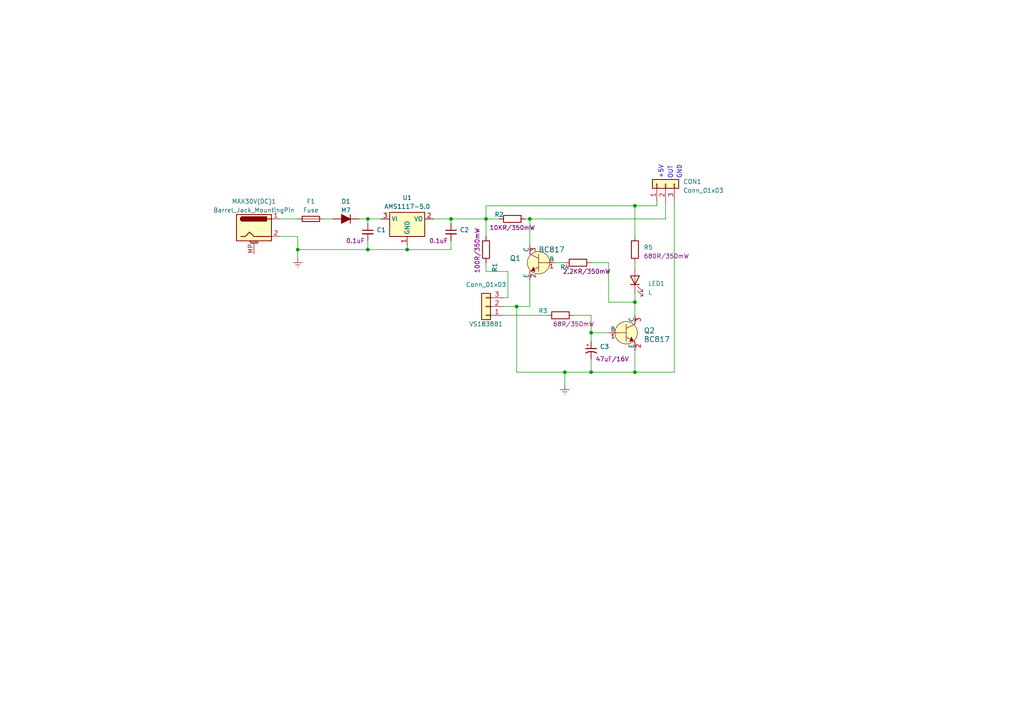
<source format=kicad_sch>
(kicad_sch (version 20230121) (generator eeschema)
  (paper "A4")
  (lib_symbols
    (symbol "BC817-25-TPMSCT-ND:BC817-25-TPMSCT-ND" (pin_names (offset 0))
      (property "Reference" "Q" (at -3.2004 4.2164 0))
      (property "Value" "BC817-25-TPMSCT-ND" (at 5.2324 0 90))
      (symbol "BC817-25-TPMSCT-ND_0_1"
        (polyline (pts (xy -3.81 0) (xy -2.54 0)))
        (polyline (pts (xy -3.556 0) (xy 0 0)))
        (polyline (pts (xy 0 -1.27) (xy 2.54 -2.54)))
        (polyline (pts (xy 0 1.27) (xy 2.54 2.54)))
        (polyline (pts (xy 0 2.54) (xy 0 -2.54)))
        (polyline (pts (xy 1.524 -1.27) (xy 2.032 -2.286) (xy 1.016 -2.54) (xy 1.524 -1.27)) (fill (type outline)))
        (circle (center 0 0) (radius 3.2512) (fill (type background)))
      )
      (symbol "BC817-25-TPMSCT-ND_1_1"
        (pin input line (at -5.08 0 0) (length 2.54) (name "B") (number "1"))
        (pin passive line (at 2.54 -5.08 90) (length 2.54) (name "E") (number "2"))
        (pin passive line (at 2.54 5.08 270) (length 2.54) (name "C") (number "3"))
      )
    )
    (symbol "Connector:Barrel_Jack_MountingPin" (pin_names hide)
      (property "Reference" "J" (at 0 5.334 0))
      (property "Value" "Barrel_Jack_MountingPin" (at 1.27 -6.35 0))
      (symbol "Barrel_Jack_MountingPin_0_1"
        (rectangle (start -5.08 3.81) (end 5.08 -3.81) (stroke (width 0.254)) (fill (type background)))
        (arc (start -3.302 3.175) (mid -3.9343 2.54) (end -3.302 1.905) (stroke (width 0.254)))
        (arc (start -3.302 3.175) (mid -3.9343 2.54) (end -3.302 1.905) (stroke (width 0.254)) (fill (type outline)))
        (polyline (pts (xy 5.08 2.54) (xy 3.81 2.54)) (stroke (width 0.254)))
        (polyline (pts (xy -3.81 -2.54) (xy -2.54 -2.54) (xy -1.27 -1.27) (xy 0 -2.54) (xy 2.54 -2.54) (xy 5.08 -2.54)) (stroke (width 0.254)))
        (rectangle (start 3.683 3.175) (end -3.302 1.905) (stroke (width 0.254)) (fill (type outline)))
      )
      (symbol "Barrel_Jack_MountingPin_1_1"
        (polyline (pts (xy -1.016 -4.572) (xy 1.016 -4.572)) (stroke (width 0.1524)))
        (text "Mounting" (at 0 -4.191 0) (effects (font (size 0.381 0.381))))
        (pin passive line (at 7.62 2.54 180) (length 2.54) (name "~") (number "1"))
        (pin passive line (at 7.62 -2.54 180) (length 2.54) (name "~") (number "2"))
        (pin passive line (at 0 -7.62 90) (length 3.048) (name "MountPin") (number "MP"))
      )
    )
    (symbol "Device:Fuse" (pin_numbers hide) (pin_names (offset 0))
      (property "Reference" "F" (at 2.032 0 90))
      (property "Value" "Fuse" (at -1.905 0 90))
      (symbol "Fuse_0_1"
        (rectangle (start -0.762 -2.54) (end 0.762 2.54) (stroke (width 0.254)))
        (polyline (pts (xy 0 2.54) (xy 0 -2.54)))
      )
      (symbol "Fuse_1_1"
        (pin passive line (at 0 3.81 270) (length 1.27) (name "~") (number "1"))
        (pin passive line (at 0 -3.81 90) (length 1.27) (name "~") (number "2"))
      )
    )
    (symbol "Device:LED" (pin_numbers hide) (pin_names (offset 1.016) hide)
      (property "Reference" "D" (at 0 2.54 0))
      (property "Value" "LED" (at 0 -2.54 0))
      (symbol "LED_0_1"
        (polyline (pts (xy -1.27 -1.27) (xy -1.27 1.27)) (stroke (width 0.254)))
        (polyline (pts (xy -1.27 0) (xy 1.27 0)))
        (polyline (pts (xy 1.27 -1.27) (xy 1.27 1.27) (xy -1.27 0) (xy 1.27 -1.27)) (stroke (width 0.254)))
        (polyline (pts (xy -3.048 -0.762) (xy -4.572 -2.286) (xy -3.81 -2.286) (xy -4.572 -2.286) (xy -4.572 -1.524)))
        (polyline (pts (xy -1.778 -0.762) (xy -3.302 -2.286) (xy -2.54 -2.286) (xy -3.302 -2.286) (xy -3.302 -1.524)))
      )
      (symbol "LED_1_1"
        (pin passive line (at -3.81 0 0) (length 2.54) (name "K") (number "1"))
        (pin passive line (at 3.81 0 180) (length 2.54) (name "A") (number "2"))
      )
    )
    (symbol "PCM_4ms_Capacitor:100nF_0603_16V" (pin_numbers hide) (pin_names (offset 0.254) hide)
      (property "Reference" "C" (at 1.905 1.27 0))
      (property "Display" "0.1uF" (at 1.905 -1.27 0))
      (symbol "100nF_0603_16V_0_1"
        (polyline (pts (xy -1.524 -0.508) (xy 1.524 -0.508)) (stroke (width 0.3302)))
        (polyline (pts (xy -1.524 0.508) (xy 1.524 0.508)) (stroke (width 0.3048)))
      )
      (symbol "100nF_0603_16V_1_1"
        (pin passive line (at 0 2.54 270) (length 2.032) (name "~") (number "1"))
        (pin passive line (at 0 -2.54 90) (length 2.032) (name "~") (number "2"))
      )
    )
    (symbol "PCM_4ms_Capacitor:47uF_5x5.3_16V" (pin_numbers hide) (pin_names (offset 0.254) hide)
      (property "Reference" "C" (at 1.905 1.27 0))
      (property "Display" "47uF/16V" (at 1.905 -1.27 0))
      (symbol "47uF_5x5.3_16V_0_1"
        (polyline (pts (xy -1.524 0.508) (xy 1.524 0.508)) (stroke (width 0.3048)))
        (polyline (pts (xy -1.27 1.524) (xy -0.762 1.524)))
        (polyline (pts (xy -1.016 1.27) (xy -1.016 1.778)))
        (arc (start 1.524 -0.762) (mid 0 -0.3734) (end -1.524 -0.762) (stroke (width 0.3048)))
      )
      (symbol "47uF_5x5.3_16V_1_1"
        (pin passive line (at 0 2.54 270) (length 2.032) (name "~") (number "1"))
        (pin passive line (at 0 -2.54 90) (length 2.032) (name "~") (number "2"))
      )
    )
    (symbol "PCM_4ms_Connector:Conn_01x03" (pin_names (offset 1.016) hide)
      (property "Reference" "J" (at 0 5.08 0))
      (property "Value" "Conn_01x03" (at 0 -5.08 0))
      (symbol "Conn_01x03_1_1"
        (rectangle (start -1.27 -2.413) (end 0 -2.667) (stroke (width 0.1524)))
        (rectangle (start -1.27 0.127) (end 0 -0.127) (stroke (width 0.1524)))
        (rectangle (start -1.27 2.667) (end 0 2.413) (stroke (width 0.1524)))
        (rectangle (start -1.27 3.81) (end 1.27 -3.81) (stroke (width 0.254)) (fill (type background)))
        (pin passive line (at -5.08 2.54 0) (length 3.81) (name "Pin_1") (number "1"))
        (pin passive line (at -5.08 0 0) (length 3.81) (name "Pin_2") (number "2"))
        (pin passive line (at -5.08 -2.54 0) (length 3.81) (name "Pin_3") (number "3"))
      )
    )
    (symbol "PCM_4ms_Resistor:68R_0805_350mW" (pin_numbers hide) (pin_names (offset 0))
      (property "Reference" "R" (at 2.032 0 90))
      (property "Display" "68R/350mW" (at 3.81 0 90))
      (symbol "68R_0805_350mW_0_1"
        (rectangle (start -1.016 -2.54) (end 1.016 2.54) (stroke (width 0.254)))
      )
      (symbol "68R_0805_350mW_1_1"
        (pin passive line (at 0 3.81 270) (length 1.27) (name "~") (number "1"))
        (pin passive line (at 0 -3.81 90) (length 1.27) (name "~") (number "2"))
      )
    )
    (symbol "PCM_Diode_AKL:M7" (pin_numbers hide) (pin_names (offset 1.016) hide)
      (property "Reference" "D" (at 0 5.08 0))
      (property "Value" "M7" (at 0 2.54 0))
      (symbol "M7_0_1"
        (polyline (pts (xy -1.27 0) (xy 1.27 0)))
        (polyline (pts (xy 1.27 1.27) (xy 1.27 -1.27)) (stroke (width 0.254)))
        (polyline (pts (xy -1.27 1.27) (xy -1.27 -1.27) (xy 1.27 0) (xy -1.27 1.27)) (stroke (width 0.254)) (fill (type outline)))
      )
      (symbol "M7_1_1"
        (pin passive line (at 3.81 0 180) (length 2.54) (name "K") (number "1"))
        (pin passive line (at -3.81 0 0) (length 2.54) (name "A") (number "2"))
      )
    )
    (symbol "Regulator_Linear:AMS1117-5.0"
      (property "Reference" "U" (at -3.81 3.175 0))
      (property "Value" "AMS1117-5.0" (at 0 3.175 0))
      (symbol "AMS1117-5.0_0_1"
        (rectangle (start -5.08 -5.08) (end 5.08 1.905) (stroke (width 0.254)) (fill (type background)))
      )
      (symbol "AMS1117-5.0_1_1"
        (pin power_in line (at 0 -7.62 90) (length 2.54) (name "GND") (number "1"))
        (pin power_out line (at 7.62 0 180) (length 2.54) (name "VO") (number "2"))
        (pin power_in line (at -7.62 0 0) (length 2.54) (name "VI") (number "3"))
      )
    )
    (symbol "power:Earth" (power) (pin_names (offset 0))
      (symbol "Earth_0_1"
        (polyline (pts (xy -0.635 -1.905) (xy 0.635 -1.905)))
        (polyline (pts (xy -0.127 -2.54) (xy 0.127 -2.54)))
        (polyline (pts (xy 0 -1.27) (xy 0 0)))
        (polyline (pts (xy 1.27 -1.27) (xy -1.27 -1.27)))
      )
      (symbol "Earth_1_1"
        (pin power_in line (at 0 0 270) (length 0) hide (name "Earth") (number "1"))
      )
    )
  )
  (junction (at 86.36 72.39))
  (junction (at 106.68 63.5))
  (junction (at 140.97 63.5))
  (junction (at 171.45 96.52))
  (junction (at 184.15 59.69))
  (junction (at 171.45 107.95))
  (junction (at 130.81 63.5))
  (junction (at 153.67 63.5))
  (junction (at 184.15 107.95))
  (junction (at 118.11 72.39))
  (junction (at 106.68 72.39))
  (junction (at 149.86 88.9))
  (junction (at 163.83 107.95))
  (junction (at 184.15 87.63))
  (wire (pts (xy 184.15 87.63) (xy 176.53 87.63)))
  (wire (pts (xy 106.68 72.39) (xy 118.11 72.39)))
  (wire (pts (xy 166.37 91.44) (xy 171.45 91.44)))
  (wire (pts (xy 171.45 96.52) (xy 171.45 99.06)))
  (wire (pts (xy 171.45 107.95) (xy 184.15 107.95)))
  (wire (pts (xy 153.67 81.28) (xy 153.67 88.9)))
  (wire (pts (xy 193.04 58.42) (xy 193.04 63.5)))
  (wire (pts (xy 190.5 59.69) (xy 190.5 58.42)))
  (wire (pts (xy 140.97 78.74) (xy 140.97 76.2)))
  (wire (pts (xy 184.15 107.95) (xy 195.58 107.95)))
  (wire (pts (xy 140.97 63.5) (xy 140.97 59.69)))
  (wire (pts (xy 184.15 85.09) (xy 184.15 87.63)))
  (wire (pts (xy 184.15 76.2) (xy 184.15 77.47)))
  (wire (pts (xy 171.45 96.52) (xy 176.53 96.52)))
  (wire (pts (xy 176.53 87.63) (xy 176.53 76.2)))
  (wire (pts (xy 153.67 63.5) (xy 193.04 63.5)))
  (wire (pts (xy 130.81 63.5) (xy 140.97 63.5)))
  (wire (pts (xy 140.97 59.69) (xy 184.15 59.69)))
  (wire (pts (xy 171.45 107.95) (xy 163.83 107.95)))
  (wire (pts (xy 149.86 107.95) (xy 149.86 88.9)))
  (wire (pts (xy 176.53 76.2) (xy 171.45 76.2)))
  (wire (pts (xy 190.5 59.69) (xy 184.15 59.69)))
  (wire (pts (xy 163.83 76.2) (xy 161.29 76.2)))
  (wire (pts (xy 147.32 78.74) (xy 140.97 78.74)))
  (wire (pts (xy 153.67 63.5) (xy 152.4 63.5)))
  (wire (pts (xy 171.45 107.95) (xy 171.45 104.14)))
  (wire (pts (xy 118.11 72.39) (xy 118.11 71.12)))
  (wire (pts (xy 171.45 91.44) (xy 171.45 96.52)))
  (wire (pts (xy 130.81 63.5) (xy 130.81 64.77)))
  (wire (pts (xy 106.68 69.85) (xy 106.68 72.39)))
  (wire (pts (xy 163.83 107.95) (xy 163.83 111.76)))
  (wire (pts (xy 146.05 91.44) (xy 158.75 91.44)))
  (wire (pts (xy 81.28 68.58) (xy 86.36 68.58)))
  (wire (pts (xy 140.97 63.5) (xy 144.78 63.5)))
  (wire (pts (xy 86.36 72.39) (xy 86.36 74.93)))
  (wire (pts (xy 153.67 88.9) (xy 149.86 88.9)))
  (wire (pts (xy 106.68 63.5) (xy 110.49 63.5)))
  (wire (pts (xy 140.97 63.5) (xy 140.97 68.58)))
  (wire (pts (xy 86.36 68.58) (xy 86.36 72.39)))
  (wire (pts (xy 86.36 72.39) (xy 106.68 72.39)))
  (wire (pts (xy 184.15 87.63) (xy 184.15 91.44)))
  (wire (pts (xy 125.73 63.5) (xy 130.81 63.5)))
  (wire (pts (xy 163.83 107.95) (xy 149.86 107.95)))
  (wire (pts (xy 118.11 72.39) (xy 130.81 72.39)))
  (wire (pts (xy 184.15 59.69) (xy 184.15 68.58)))
  (wire (pts (xy 146.05 86.36) (xy 147.32 86.36)))
  (wire (pts (xy 104.14 63.5) (xy 106.68 63.5)))
  (wire (pts (xy 153.67 63.5) (xy 153.67 71.12)))
  (wire (pts (xy 149.86 88.9) (xy 146.05 88.9)))
  (wire (pts (xy 184.15 101.6) (xy 184.15 107.95)))
  (wire (pts (xy 93.98 63.5) (xy 96.52 63.5)))
  (wire (pts (xy 130.81 72.39) (xy 130.81 69.85)))
  (wire (pts (xy 195.58 58.42) (xy 195.58 107.95)))
  (wire (pts (xy 106.68 63.5) (xy 106.68 64.77)))
  (wire (pts (xy 147.32 86.36) (xy 147.32 78.74)))
  (wire (pts (xy 81.28 63.5) (xy 86.36 63.5)))
  (text "GND\n" (at 197.8152 51.9176 90) (effects (font (size 1.27 1.27)) (justify left bottom)))
  (text "+5V\n" (at 192.4812 51.9176 90) (effects (font (size 1.27 1.27)) (justify left bottom)))
  (text "OUT\n" (at 195.2244 51.9176 90) (effects (font (size 1.27 1.27)) (justify left bottom)))
  (symbol (lib_id "Device:LED") (at 184.15 81.28 90) (unit 1)
    (property "Reference" "LED1" (at 187.96 82.2325 90) (effects (justify right)))
    (property "Value" "L" (at 187.96 84.7725 90) (effects (justify right)))
    (property "Footprint" "LED_SMD:LED_0805_2012Metric_Pad1.15x1.40mm_HandSolder" (effects hide))
  )
  (symbol (lib_id "PCM_4ms_Capacitor:100nF_0603_16V") (at 130.81 67.31 0) (unit 1)
    (property "Reference" "C2" (at 133.35 66.6813 0) (effects (justify left)))
    (property "Value" "100nF_0603_16V" (effects hide))
    (property "Footprint" "Capacitor_SMD:C_0805_2012Metric" (effects hide))
    (property "Specifications" "0.1uF, Min. 16V 10%, X7R or X5R or similar" (effects hide))
    (property "Manufacturer" "AVX Corporation" (effects hide))
    (property "Part Number" "0603YC104KAT2A" (effects hide))
    (property "Display" "0.1uF" (at 124.46 69.85 0) (effects (justify left)))
    (property "JLCPCB ID" "C14663" (effects hide))
  )
  (symbol (lib_id "PCM_4ms_Resistor:68R_0805_350mW") (at 140.97 72.39 180) (unit 1)
    (property "Reference" "R1" (at 143.51 76.2 90) (effects (justify left)))
    (property "Value" "68R_0805_350mW" (effects hide))
    (property "Footprint" "Resistor_SMD:R_0805_2012Metric" (effects hide))
    (property "Specifications" "68R, >=350mW, 5%" (effects hide))
    (property "Manufacturer" "Panasonic" (effects hide))
    (property "Part Number" "ERJ-P06J680V" (effects hide))
    (property "Display" "100R/350mW" (at 138.43 66.04 90) (effects (justify left)))
  )
  (symbol (lib_id "PCM_4ms_Capacitor:47uF_5x5.3_16V") (at 171.45 101.6 0) (unit 1)
    (property "Reference" "C3" (at 173.99 100.5332 0) (effects (justify left)))
    (property "Value" "47uF_5x5.3_16V" (effects hide))
    (property "Footprint" "Capacitor_SMD:CP_Elec_4x3" (effects hide))
    (property "Specifications" "47uF, 16V, 20%, 5.00mmD*5.30mmH, 2000Hrs@85℃" (effects hide))
    (property "Manufacturer" "Lelon" (effects hide))
    (property "Part Number" "VE-470M1CTR-0505" (effects hide))
    (property "Display" "47uF/16V" (at 172.72 104.14 0) (effects (justify left)))
    (property "JLCPCB ID" "C134798" (effects hide))
  )
  (symbol (lib_id "PCM_4ms_Connector:Conn_01x03") (at 193.04 53.34 90) (unit 1)
    (property "Reference" "CON1" (at 198.12 52.705 90) (effects (justify right)))
    (property "Value" "Conn_01x03" (at 198.12 55.245 90) (effects (justify right)))
    (property "Footprint" "Connector_PinHeader_2.54mm:PinHeader_1x03_P2.54mm_Vertical" (effects hide))
    (property "Specifications" "HEADER 1x3 MALE PINS 0.100” 180deg" (effects hide))
    (property "Manufacturer" "TAD" (effects hide))
    (property "Part Number" "1-0301FBV0T" (effects hide))
  )
  (symbol (lib_id "Regulator_Linear:AMS1117-5.0") (at 118.11 63.5 0) (unit 1)
    (property "Reference" "U1" (at 118.11 57.3532 0))
    (property "Value" "AMS1117-5.0" (at 118.11 59.8932 0))
    (property "Footprint" "Package_TO_SOT_SMD:SOT-223-3_TabPin2" (effects hide))
    (property "Datasheet" "http://www.advanced-monolithic.com/pdf/ds1117.pdf" (effects hide))
  )
  (symbol (lib_id "PCM_4ms_Resistor:68R_0805_350mW") (at 184.15 72.39 0) (unit 1)
    (property "Reference" "R5" (at 186.69 71.755 0) (effects (justify left)))
    (property "Value" "68R_0805_350mW" (effects hide))
    (property "Footprint" "Resistor_SMD:R_0805_2012Metric" (effects hide))
    (property "Specifications" "68R, >=350mW, 5%" (effects hide))
    (property "Manufacturer" "Panasonic" (effects hide))
    (property "Part Number" "ERJ-P06J680V" (effects hide))
    (property "Display" "680R/350mW" (at 186.69 74.295 0) (effects (justify left)))
  )
  (symbol (lib_id "PCM_4ms_Connector:Conn_01x03") (at 140.97 88.9 180) (unit 1)
    (property "Reference" "VS1838B1" (at 140.97 93.98 0))
    (property "Value" "Conn_01x03" (at 140.97 82.55 0))
    (property "Footprint" "Connector:FanPinHeader_1x03_P2.54mm_Vertical" (effects hide))
    (property "Specifications" "HEADER 1x3 MALE PINS 0.100” 180deg" (effects hide))
    (property "Manufacturer" "TAD" (effects hide))
    (property "Part Number" "1-0301FBV0T" (effects hide))
  )
  (symbol (lib_id "PCM_4ms_Resistor:68R_0805_350mW") (at 167.64 76.2 270) (unit 1)
    (property "Reference" "R4" (at 163.83 77.47 90))
    (property "Value" "68R_0805_350mW" (effects hide))
    (property "Footprint" "Resistor_SMD:R_0805_2012Metric" (effects hide))
    (property "Specifications" "68R, >=350mW, 5%" (effects hide))
    (property "Manufacturer" "Panasonic" (effects hide))
    (property "Part Number" "ERJ-P06J680V" (effects hide))
    (property "Display" "2.2KR/350mW" (at 170.18 78.74 90))
  )
  (symbol (lib_id "Connector:Barrel_Jack_MountingPin") (at 73.66 66.04 0) (unit 1)
    (property "Reference" "MAX30V(DC)1" (at 73.66 58.42 0))
    (property "Value" "Barrel_Jack_MountingPin" (at 73.66 60.96 0))
    (property "Footprint" "Connector_BarrelJack:BarrelJack_GCT_DCJ200-10-A_Horizontal" (effects hide))
  )
  (symbol (lib_id "power:Earth") (at 86.36 74.93 0) (unit 1)
    (property "Reference" "#PWR01" (effects hide))
    (property "Value" "Earth" (effects hide))
  )
  (symbol (lib_id "BC817-25-TPMSCT-ND:BC817-25-TPMSCT-ND") (at 156.21 76.2 0) (mirror y) (unit 1)
    (property "Reference" "Q1" (at 151.13 74.93 0) (effects (font (size 1.524 1.524)) (justify left)))
    (property "Value" "BC817" (at 163.83 72.39 0) (effects (font (size 1.524 1.524)) (justify left)))
    (property "Footprint" "digikey-footprints:SOT-23-3" (effects hide))
  )
  (symbol (lib_id "PCM_Diode_AKL:M7") (at 100.33 63.5 0) (unit 1)
    (property "Reference" "D1" (at 100.33 58.42 0))
    (property "Value" "M7" (at 100.33 60.96 0))
    (property "Footprint" "Diode_SMD:D_0805_2012Metric" (effects hide))
    (property "Datasheet" "https://www.tme.eu/Document/0550e9bf27627c5cdfb653945cb570ca/m1-m7.pdf" (effects hide))
  )
  (symbol (lib_id "power:Earth") (at 163.83 111.76 0) (unit 1)
    (property "Reference" "#PWR02" (effects hide))
    (property "Value" "Earth" (effects hide))
  )
  (symbol (lib_id "PCM_4ms_Resistor:68R_0805_350mW") (at 148.59 63.5 270) (unit 1)
    (property "Reference" "R2" (at 144.78 62.23 90))
    (property "Value" "68R_0805_350mW" (effects hide))
    (property "Footprint" "Resistor_SMD:R_0805_2012Metric" (effects hide))
    (property "Specifications" "68R, >=350mW, 5%" (effects hide))
    (property "Manufacturer" "Panasonic" (effects hide))
    (property "Part Number" "ERJ-P06J680V" (effects hide))
    (property "Display" "10KR/350mW" (at 148.59 66.04 90))
  )
  (symbol (lib_id "BC817-25-TPMSCT-ND:BC817-25-TPMSCT-ND") (at 181.61 96.52 0) (unit 1)
    (property "Reference" "Q2" (at 186.69 95.885 0) (effects (font (size 1.524 1.524)) (justify left)))
    (property "Value" "BC817" (at 186.69 98.425 0) (effects (font (size 1.524 1.524)) (justify left)))
    (property "Footprint" "digikey-footprints:SOT-23-3" (effects hide))
  )
  (symbol (lib_id "PCM_4ms_Resistor:68R_0805_350mW") (at 162.56 91.44 90) (unit 1)
    (property "Reference" "R3" (at 157.48 90.17 90))
    (property "Value" "68R_0805_350mW" (effects hide))
    (property "Footprint" "Resistor_SMD:R_0805_2012Metric" (effects hide))
    (property "Specifications" "68R, >=350mW, 5%" (effects hide))
    (property "Manufacturer" "Panasonic" (effects hide))
    (property "Part Number" "ERJ-P06J680V" (effects hide))
    (property "Display" "68R/350mW" (at 166.37 93.98 90))
  )
  (symbol (lib_id "Device:Fuse") (at 90.17 63.5 90) (unit 1)
    (property "Reference" "F1" (at 90.17 58.42 90))
    (property "Value" "Fuse" (at 90.17 60.96 90))
    (property "Footprint" "Fuse:Fuse_1206_3216Metric" (effects hide))
  )
  (symbol (lib_id "PCM_4ms_Capacitor:100nF_0603_16V") (at 106.68 67.31 0) (unit 1)
    (property "Reference" "C1" (at 109.22 66.6813 0) (effects (justify left)))
    (property "Value" "100nF_0603_16V" (effects hide))
    (property "Footprint" "Capacitor_SMD:C_0805_2012Metric" (effects hide))
    (property "Specifications" "0.1uF, Min. 16V 10%, X7R or X5R or similar" (effects hide))
    (property "Manufacturer" "AVX Corporation" (effects hide))
    (property "Part Number" "0603YC104KAT2A" (effects hide))
    (property "Display" "0.1uF" (at 100.33 69.85 0) (effects (justify left)))
    (property "JLCPCB ID" "C14663" (effects hide))
  )
)
</source>
